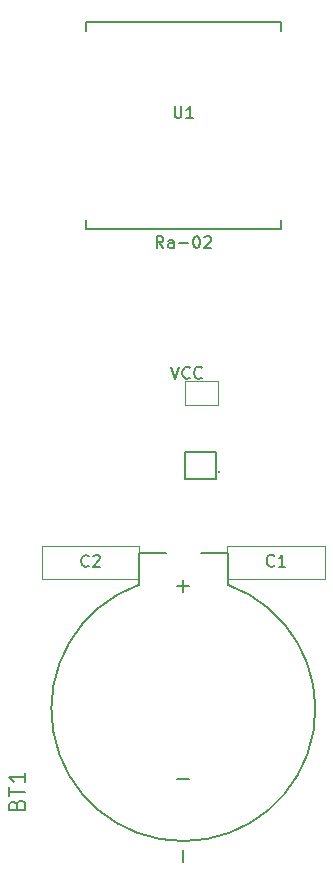
<source format=gbr>
%TF.GenerationSoftware,KiCad,Pcbnew,(7.0.0)*%
%TF.CreationDate,2023-07-04T16:48:58+02:00*%
%TF.ProjectId,attiny85_remote,61747469-6e79-4383-955f-72656d6f7465,rev?*%
%TF.SameCoordinates,Original*%
%TF.FileFunction,Legend,Top*%
%TF.FilePolarity,Positive*%
%FSLAX46Y46*%
G04 Gerber Fmt 4.6, Leading zero omitted, Abs format (unit mm)*
G04 Created by KiCad (PCBNEW (7.0.0)) date 2023-07-04 16:48:58*
%MOMM*%
%LPD*%
G01*
G04 APERTURE LIST*
%ADD10C,0.150000*%
%ADD11C,0.127000*%
%ADD12C,0.120000*%
%ADD13C,0.100000*%
G04 APERTURE END LIST*
D10*
X190575000Y-108825000D02*
X191575000Y-108825000D01*
X191200000Y-81200000D02*
X191200000Y-83450000D01*
X191200000Y-83450000D02*
X191200000Y-82375000D01*
X193850000Y-83450000D02*
X191200000Y-83450000D01*
X193850000Y-81800000D02*
X193850000Y-83450000D01*
X193850000Y-82475000D02*
X193850000Y-82375000D01*
X193550000Y-81200000D02*
X191200000Y-81200000D01*
X193550000Y-81200000D02*
X193850000Y-81200000D01*
X193850000Y-81800000D02*
X193850000Y-81200000D01*
X190045238Y-73957380D02*
X190378571Y-74957380D01*
X190378571Y-74957380D02*
X190711904Y-73957380D01*
X191616666Y-74862142D02*
X191569047Y-74909761D01*
X191569047Y-74909761D02*
X191426190Y-74957380D01*
X191426190Y-74957380D02*
X191330952Y-74957380D01*
X191330952Y-74957380D02*
X191188095Y-74909761D01*
X191188095Y-74909761D02*
X191092857Y-74814523D01*
X191092857Y-74814523D02*
X191045238Y-74719285D01*
X191045238Y-74719285D02*
X190997619Y-74528809D01*
X190997619Y-74528809D02*
X190997619Y-74385952D01*
X190997619Y-74385952D02*
X191045238Y-74195476D01*
X191045238Y-74195476D02*
X191092857Y-74100238D01*
X191092857Y-74100238D02*
X191188095Y-74005000D01*
X191188095Y-74005000D02*
X191330952Y-73957380D01*
X191330952Y-73957380D02*
X191426190Y-73957380D01*
X191426190Y-73957380D02*
X191569047Y-74005000D01*
X191569047Y-74005000D02*
X191616666Y-74052619D01*
X192616666Y-74862142D02*
X192569047Y-74909761D01*
X192569047Y-74909761D02*
X192426190Y-74957380D01*
X192426190Y-74957380D02*
X192330952Y-74957380D01*
X192330952Y-74957380D02*
X192188095Y-74909761D01*
X192188095Y-74909761D02*
X192092857Y-74814523D01*
X192092857Y-74814523D02*
X192045238Y-74719285D01*
X192045238Y-74719285D02*
X191997619Y-74528809D01*
X191997619Y-74528809D02*
X191997619Y-74385952D01*
X191997619Y-74385952D02*
X192045238Y-74195476D01*
X192045238Y-74195476D02*
X192092857Y-74100238D01*
X192092857Y-74100238D02*
X192188095Y-74005000D01*
X192188095Y-74005000D02*
X192330952Y-73957380D01*
X192330952Y-73957380D02*
X192426190Y-73957380D01*
X192426190Y-73957380D02*
X192569047Y-74005000D01*
X192569047Y-74005000D02*
X192616666Y-74052619D01*
%TO.C,BT1*%
X176967000Y-111055000D02*
X177033666Y-110855000D01*
X177033666Y-110855000D02*
X177100333Y-110788333D01*
X177100333Y-110788333D02*
X177233666Y-110721666D01*
X177233666Y-110721666D02*
X177433666Y-110721666D01*
X177433666Y-110721666D02*
X177567000Y-110788333D01*
X177567000Y-110788333D02*
X177633666Y-110855000D01*
X177633666Y-110855000D02*
X177700333Y-110988333D01*
X177700333Y-110988333D02*
X177700333Y-111521666D01*
X177700333Y-111521666D02*
X176300333Y-111521666D01*
X176300333Y-111521666D02*
X176300333Y-111055000D01*
X176300333Y-111055000D02*
X176367000Y-110921666D01*
X176367000Y-110921666D02*
X176433666Y-110855000D01*
X176433666Y-110855000D02*
X176567000Y-110788333D01*
X176567000Y-110788333D02*
X176700333Y-110788333D01*
X176700333Y-110788333D02*
X176833666Y-110855000D01*
X176833666Y-110855000D02*
X176900333Y-110921666D01*
X176900333Y-110921666D02*
X176967000Y-111055000D01*
X176967000Y-111055000D02*
X176967000Y-111521666D01*
X176300333Y-110321666D02*
X176300333Y-109521666D01*
X177700333Y-109921666D02*
X176300333Y-109921666D01*
X177700333Y-108321666D02*
X177700333Y-109121666D01*
X177700333Y-108721666D02*
X176300333Y-108721666D01*
X176300333Y-108721666D02*
X176500333Y-108854999D01*
X176500333Y-108854999D02*
X176633666Y-108988333D01*
X176633666Y-108988333D02*
X176700333Y-109121666D01*
%TO.C,C2*%
X183058333Y-90797142D02*
X183010714Y-90844761D01*
X183010714Y-90844761D02*
X182867857Y-90892380D01*
X182867857Y-90892380D02*
X182772619Y-90892380D01*
X182772619Y-90892380D02*
X182629762Y-90844761D01*
X182629762Y-90844761D02*
X182534524Y-90749523D01*
X182534524Y-90749523D02*
X182486905Y-90654285D01*
X182486905Y-90654285D02*
X182439286Y-90463809D01*
X182439286Y-90463809D02*
X182439286Y-90320952D01*
X182439286Y-90320952D02*
X182486905Y-90130476D01*
X182486905Y-90130476D02*
X182534524Y-90035238D01*
X182534524Y-90035238D02*
X182629762Y-89940000D01*
X182629762Y-89940000D02*
X182772619Y-89892380D01*
X182772619Y-89892380D02*
X182867857Y-89892380D01*
X182867857Y-89892380D02*
X183010714Y-89940000D01*
X183010714Y-89940000D02*
X183058333Y-89987619D01*
X183439286Y-89987619D02*
X183486905Y-89940000D01*
X183486905Y-89940000D02*
X183582143Y-89892380D01*
X183582143Y-89892380D02*
X183820238Y-89892380D01*
X183820238Y-89892380D02*
X183915476Y-89940000D01*
X183915476Y-89940000D02*
X183963095Y-89987619D01*
X183963095Y-89987619D02*
X184010714Y-90082857D01*
X184010714Y-90082857D02*
X184010714Y-90178095D01*
X184010714Y-90178095D02*
X183963095Y-90320952D01*
X183963095Y-90320952D02*
X183391667Y-90892380D01*
X183391667Y-90892380D02*
X184010714Y-90892380D01*
%TO.C,C1*%
X198758333Y-90772142D02*
X198710714Y-90819761D01*
X198710714Y-90819761D02*
X198567857Y-90867380D01*
X198567857Y-90867380D02*
X198472619Y-90867380D01*
X198472619Y-90867380D02*
X198329762Y-90819761D01*
X198329762Y-90819761D02*
X198234524Y-90724523D01*
X198234524Y-90724523D02*
X198186905Y-90629285D01*
X198186905Y-90629285D02*
X198139286Y-90438809D01*
X198139286Y-90438809D02*
X198139286Y-90295952D01*
X198139286Y-90295952D02*
X198186905Y-90105476D01*
X198186905Y-90105476D02*
X198234524Y-90010238D01*
X198234524Y-90010238D02*
X198329762Y-89915000D01*
X198329762Y-89915000D02*
X198472619Y-89867380D01*
X198472619Y-89867380D02*
X198567857Y-89867380D01*
X198567857Y-89867380D02*
X198710714Y-89915000D01*
X198710714Y-89915000D02*
X198758333Y-89962619D01*
X199710714Y-90867380D02*
X199139286Y-90867380D01*
X199425000Y-90867380D02*
X199425000Y-89867380D01*
X199425000Y-89867380D02*
X199329762Y-90010238D01*
X199329762Y-90010238D02*
X199234524Y-90105476D01*
X199234524Y-90105476D02*
X199139286Y-90153095D01*
%TO.C,U1*%
X190338095Y-51892380D02*
X190338095Y-52701904D01*
X190338095Y-52701904D02*
X190385714Y-52797142D01*
X190385714Y-52797142D02*
X190433333Y-52844761D01*
X190433333Y-52844761D02*
X190528571Y-52892380D01*
X190528571Y-52892380D02*
X190719047Y-52892380D01*
X190719047Y-52892380D02*
X190814285Y-52844761D01*
X190814285Y-52844761D02*
X190861904Y-52797142D01*
X190861904Y-52797142D02*
X190909523Y-52701904D01*
X190909523Y-52701904D02*
X190909523Y-51892380D01*
X191909523Y-52892380D02*
X191338095Y-52892380D01*
X191623809Y-52892380D02*
X191623809Y-51892380D01*
X191623809Y-51892380D02*
X191528571Y-52035238D01*
X191528571Y-52035238D02*
X191433333Y-52130476D01*
X191433333Y-52130476D02*
X191338095Y-52178095D01*
X189385714Y-63892380D02*
X189052381Y-63416190D01*
X188814286Y-63892380D02*
X188814286Y-62892380D01*
X188814286Y-62892380D02*
X189195238Y-62892380D01*
X189195238Y-62892380D02*
X189290476Y-62940000D01*
X189290476Y-62940000D02*
X189338095Y-62987619D01*
X189338095Y-62987619D02*
X189385714Y-63082857D01*
X189385714Y-63082857D02*
X189385714Y-63225714D01*
X189385714Y-63225714D02*
X189338095Y-63320952D01*
X189338095Y-63320952D02*
X189290476Y-63368571D01*
X189290476Y-63368571D02*
X189195238Y-63416190D01*
X189195238Y-63416190D02*
X188814286Y-63416190D01*
X190242857Y-63892380D02*
X190242857Y-63368571D01*
X190242857Y-63368571D02*
X190195238Y-63273333D01*
X190195238Y-63273333D02*
X190100000Y-63225714D01*
X190100000Y-63225714D02*
X189909524Y-63225714D01*
X189909524Y-63225714D02*
X189814286Y-63273333D01*
X190242857Y-63844761D02*
X190147619Y-63892380D01*
X190147619Y-63892380D02*
X189909524Y-63892380D01*
X189909524Y-63892380D02*
X189814286Y-63844761D01*
X189814286Y-63844761D02*
X189766667Y-63749523D01*
X189766667Y-63749523D02*
X189766667Y-63654285D01*
X189766667Y-63654285D02*
X189814286Y-63559047D01*
X189814286Y-63559047D02*
X189909524Y-63511428D01*
X189909524Y-63511428D02*
X190147619Y-63511428D01*
X190147619Y-63511428D02*
X190242857Y-63463809D01*
X190719048Y-63511428D02*
X191480953Y-63511428D01*
X192147619Y-62892380D02*
X192242857Y-62892380D01*
X192242857Y-62892380D02*
X192338095Y-62940000D01*
X192338095Y-62940000D02*
X192385714Y-62987619D01*
X192385714Y-62987619D02*
X192433333Y-63082857D01*
X192433333Y-63082857D02*
X192480952Y-63273333D01*
X192480952Y-63273333D02*
X192480952Y-63511428D01*
X192480952Y-63511428D02*
X192433333Y-63701904D01*
X192433333Y-63701904D02*
X192385714Y-63797142D01*
X192385714Y-63797142D02*
X192338095Y-63844761D01*
X192338095Y-63844761D02*
X192242857Y-63892380D01*
X192242857Y-63892380D02*
X192147619Y-63892380D01*
X192147619Y-63892380D02*
X192052381Y-63844761D01*
X192052381Y-63844761D02*
X192004762Y-63797142D01*
X192004762Y-63797142D02*
X191957143Y-63701904D01*
X191957143Y-63701904D02*
X191909524Y-63511428D01*
X191909524Y-63511428D02*
X191909524Y-63273333D01*
X191909524Y-63273333D02*
X191957143Y-63082857D01*
X191957143Y-63082857D02*
X192004762Y-62987619D01*
X192004762Y-62987619D02*
X192052381Y-62940000D01*
X192052381Y-62940000D02*
X192147619Y-62892380D01*
X192861905Y-62987619D02*
X192909524Y-62940000D01*
X192909524Y-62940000D02*
X193004762Y-62892380D01*
X193004762Y-62892380D02*
X193242857Y-62892380D01*
X193242857Y-62892380D02*
X193338095Y-62940000D01*
X193338095Y-62940000D02*
X193385714Y-62987619D01*
X193385714Y-62987619D02*
X193433333Y-63082857D01*
X193433333Y-63082857D02*
X193433333Y-63178095D01*
X193433333Y-63178095D02*
X193385714Y-63320952D01*
X193385714Y-63320952D02*
X192814286Y-63892380D01*
X192814286Y-63892380D02*
X193433333Y-63892380D01*
D11*
%TO.C,BT1*%
X191075000Y-115900000D02*
X191075000Y-114900000D01*
X191075000Y-93000000D02*
X191075000Y-92000000D01*
X190575000Y-92500000D02*
X191575000Y-92500000D01*
X187325000Y-89710000D02*
X187325000Y-92405000D01*
X187325000Y-89710000D02*
X189605000Y-89710000D01*
X194825000Y-89710000D02*
X194825000Y-92405000D01*
X194825000Y-89710000D02*
X192545000Y-89710000D01*
X187325000Y-92405001D02*
G75*
G03*
X194825000Y-92405001I3750000J-10530059D01*
G01*
D12*
%TO.C,J3*%
X194050000Y-77150000D02*
X191250000Y-77150000D01*
X194050000Y-75150000D02*
X194050000Y-77150000D01*
X191250000Y-77150000D02*
X191250000Y-75150000D01*
X191250000Y-75150000D02*
X194050000Y-75150000D01*
%TO.C,C2*%
X187345000Y-91895000D02*
X187345000Y-89155000D01*
X187345000Y-91895000D02*
X179105000Y-91895000D01*
X187345000Y-89155000D02*
X179105000Y-89155000D01*
X179105000Y-91895000D02*
X179105000Y-89155000D01*
%TO.C,C1*%
X194805000Y-89155000D02*
X194805000Y-91895000D01*
X194805000Y-89155000D02*
X203045000Y-89155000D01*
X194805000Y-91895000D02*
X203045000Y-91895000D01*
X203045000Y-89155000D02*
X203045000Y-91895000D01*
D13*
%TO.C,Q1*%
X194025000Y-82825000D02*
X194025000Y-82825000D01*
X194125000Y-82825000D02*
X194125000Y-82825000D01*
X194125000Y-82825000D02*
G75*
G03*
X194025000Y-82825000I-50000J0D01*
G01*
X194025000Y-82825000D02*
G75*
G03*
X194125000Y-82825000I50000J0D01*
G01*
D10*
%TO.C,U1*%
X182850000Y-44775000D02*
X199350000Y-44775000D01*
X182850000Y-45525000D02*
X182850000Y-44775000D01*
X182850000Y-61525000D02*
X182850000Y-62275000D01*
X182850000Y-62275000D02*
X199350000Y-62275000D01*
X199350000Y-44775000D02*
X199350000Y-45525000D01*
X199350000Y-62275000D02*
X199350000Y-61525000D01*
%TD*%
M02*

</source>
